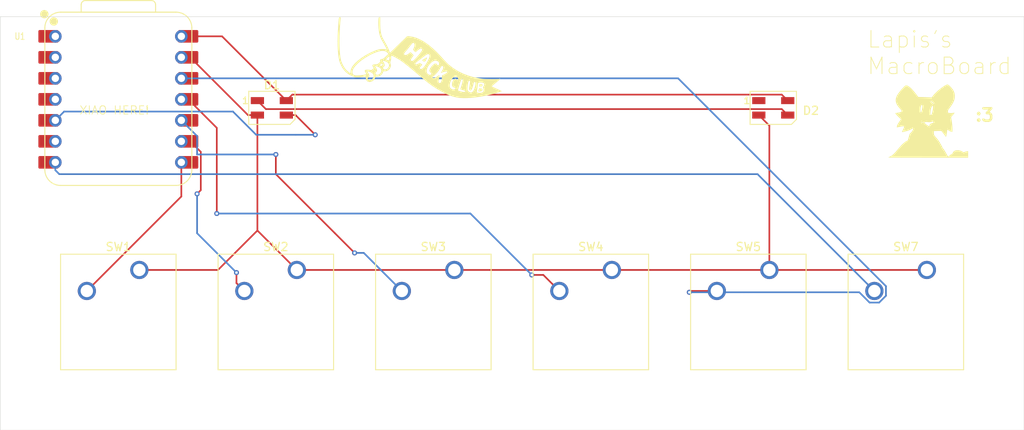
<source format=kicad_pcb>
(kicad_pcb (version 20241229) (generator "pcbnew") (generator_version "9.0")
  (layers (0 "F.Cu" signal) (2 "B.Cu" signal) (13 "F.Paste" user) (15 "B.Paste" user) (5 "F.SilkS" user "F.Silkscreen") (7 "B.SilkS" user "B.Silkscreen") (1 "F.Mask" user) (3 "B.Mask" user) (25 "Edge.Cuts" user))
  (net 0 "")
  (net 1 "GND")
  (net 2 "Net-(D1-DOUT)")
  (net 3 "+5V")
  (net 4 "Net-(D1-DIN)")
  (net 6 "Net-(U1-GPIO1{slash}RX)")
  (net 7 "Net-(U1-GPIO2{slash}SCK)")
  (net 8 "Net-(U1-GPIO4{slash}MISO)")
  (net 9 "Net-(U1-GPIO3{slash}MOSI)")
  (net 10 "Net-(U1-3V3)")
  (net 14 "Net-(U1-GPIO0{slash}TX)")
  (footprint "LOGO" (layer "F.Cu") (at 169.754101 70.000013)
    (property "Reference" "_" (at -2.400278 -2.438086 0) (layer "F.SilkS") (effects (font (size 1.5 1.5) (thickness 0.3))))
    (property "Value" "LOGO" (hide yes))
  )
  (footprint "LED_SMD:LED_SK6812MINI_PLCC4_3.5x3.5mm_P1.75mm" (layer "F.Cu") (at 212.5625 75.325)
    (property "Reference" "D2" (at 4.553099 0.336787 0) (layer "F.SilkS"))
    (property "Value" "SK6812MINI")
    (fp_text user "1" (at -3.2 -0.875 0) (layer "F.SilkS") (effects (font (size 0.8 0.8))))
    (pad "1" smd rect (at -1.75 -0.875) (size 1.6 0.85) (layers "F.Cu" "F.Mask" "F.Paste"))
    (pad "2" smd rect (at -1.75 0.875) (size 1.6 0.85) (layers "F.Cu" "F.Mask" "F.Paste") (net 1 "GND"))
    (pad "3" smd rect (at 1.75 0.875) (size 1.6 0.85) (layers "F.Cu" "F.Mask" "F.Paste") (net 2 "Net-(D1-DOUT)"))
    (pad "4" smd rect (at 1.75 -0.875) (size 1.6 0.85) (layers "F.Cu" "F.Mask" "F.Paste") (net 3 "+5V"))
  )
  (footprint "Button_Switch_Keyboard:SW_Cherry_MX_1.00u_PCB" (layer "F.Cu") (at 193.04 94.9325)
    (property "Reference" "SW4" (at -2.54 -2.794 0) (layer "F.SilkS"))
    (property "Value" "SW_Push")
    (pad "" np_thru_hole circle (at -7.62 5.08) (size 1.7 1.7) (drill 1.7) (layers "*.Cu" "*.Mask"))
    (pad "" np_thru_hole circle (at -2.54 5.08) (size 4 4) (drill 4) (layers "*.Cu" "*.Mask"))
    (pad "" np_thru_hole circle (at 2.54 5.08) (size 1.7 1.7) (drill 1.7) (layers "*.Cu" "*.Mask"))
    (pad "1" thru_hole circle (at 0 0) (size 2.2 2.2) (drill 1.5) (layers "*.Cu" "*.Mask") (net 1 "GND"))
    (pad "2" thru_hole circle (at -6.35 2.54) (size 2.2 2.2) (drill 1.5) (layers "*.Cu" "*.Mask") (net 9 "Net-(U1-GPIO3{slash}MOSI)"))
  )
  (footprint "Button_Switch_Keyboard:SW_Cherry_MX_1.00u_PCB" (layer "F.Cu") (at 173.99 94.9325)
    (property "Reference" "SW3" (at -2.54 -2.794 0) (layer "F.SilkS"))
    (property "Value" "SW_Push")
    (pad "" np_thru_hole circle (at -7.62 5.08) (size 1.7 1.7) (drill 1.7) (layers "*.Cu" "*.Mask"))
    (pad "" np_thru_hole circle (at -2.54 5.08) (size 4 4) (drill 4) (layers "*.Cu" "*.Mask"))
    (pad "" np_thru_hole circle (at 2.54 5.08) (size 1.7 1.7) (drill 1.7) (layers "*.Cu" "*.Mask"))
    (pad "1" thru_hole circle (at 0 0) (size 2.2 2.2) (drill 1.5) (layers "*.Cu" "*.Mask") (net 1 "GND"))
    (pad "2" thru_hole circle (at -6.35 2.54) (size 2.2 2.2) (drill 1.5) (layers "*.Cu" "*.Mask") (net 8 "Net-(U1-GPIO4{slash}MISO)"))
  )
  (footprint "Button_Switch_Keyboard:SW_Cherry_MX_1.00u_PCB" (layer "F.Cu") (at 135.89 94.9325)
    (property "Reference" "SW1" (at -2.54 -2.794 0) (layer "F.SilkS"))
    (property "Value" "SW_Push")
    (pad "" np_thru_hole circle (at -7.62 5.08) (size 1.7 1.7) (drill 1.7) (layers "*.Cu" "*.Mask"))
    (pad "" np_thru_hole circle (at -2.54 5.08) (size 4 4) (drill 4) (layers "*.Cu" "*.Mask"))
    (pad "" np_thru_hole circle (at 2.54 5.08) (size 1.7 1.7) (drill 1.7) (layers "*.Cu" "*.Mask"))
    (pad "1" thru_hole circle (at 0 0) (size 2.2 2.2) (drill 1.5) (layers "*.Cu" "*.Mask") (net 1 "GND"))
    (pad "2" thru_hole circle (at -6.35 2.54) (size 2.2 2.2) (drill 1.5) (layers "*.Cu" "*.Mask") (net 6 "Net-(U1-GPIO1{slash}RX)"))
  )
  (footprint "Button_Switch_Keyboard:SW_Cherry_MX_1.00u_PCB" (layer "F.Cu") (at 231.14 94.9325)
    (property "Reference" "SW7" (at -2.54 -2.794 0) (layer "F.SilkS"))
    (property "Value" "SW_Push")
    (pad "" np_thru_hole circle (at -7.62 5.08) (size 1.7 1.7) (drill 1.7) (layers "*.Cu" "*.Mask"))
    (pad "" np_thru_hole circle (at -2.54 5.08) (size 4 4) (drill 4) (layers "*.Cu" "*.Mask"))
    (pad "" np_thru_hole circle (at 2.54 5.08) (size 1.7 1.7) (drill 1.7) (layers "*.Cu" "*.Mask"))
    (pad "1" thru_hole circle (at 0 0) (size 2.2 2.2) (drill 1.5) (layers "*.Cu" "*.Mask") (net 1 "GND"))
    (pad "2" thru_hole circle (at -6.35 2.54) (size 2.2 2.2) (drill 1.5) (layers "*.Cu" "*.Mask") (net 14 "Net-(U1-GPIO0{slash}TX)"))
  )
  (footprint "Button_Switch_Keyboard:SW_Cherry_MX_1.00u_PCB" (layer "F.Cu") (at 154.94 94.9325)
    (property "Reference" "SW2" (at -2.54 -2.794 0) (layer "F.SilkS"))
    (property "Value" "SW_Push")
    (pad "" np_thru_hole circle (at -7.62 5.08) (size 1.7 1.7) (drill 1.7) (layers "*.Cu" "*.Mask"))
    (pad "" np_thru_hole circle (at -2.54 5.08) (size 4 4) (drill 4) (layers "*.Cu" "*.Mask"))
    (pad "" np_thru_hole circle (at 2.54 5.08) (size 1.7 1.7) (drill 1.7) (layers "*.Cu" "*.Mask"))
    (pad "1" thru_hole circle (at 0 0) (size 2.2 2.2) (drill 1.5) (layers "*.Cu" "*.Mask") (net 1 "GND"))
    (pad "2" thru_hole circle (at -6.35 2.54) (size 2.2 2.2) (drill 1.5) (layers "*.Cu" "*.Mask") (net 7 "Net-(U1-GPIO2{slash}SCK)"))
  )
  (footprint "LED_SMD:LED_SK6812MINI_PLCC4_3.5x3.5mm_P1.75mm" (layer "F.Cu") (at 151.92 75.325)
    (property "Reference" "D1" (at 0 -2.75 0) (layer "F.SilkS"))
    (property "Value" "SK6812MINI")
    (fp_text user "1" (at -3.2 -0.875 0) (layer "F.SilkS") (effects (font (size 0.8 0.8))))
    (pad "1" smd rect (at -1.75 -0.875) (size 1.6 0.85) (layers "F.Cu" "F.Mask" "F.Paste") (net 2 "Net-(D1-DOUT)"))
    (pad "2" smd rect (at -1.75 0.875) (size 1.6 0.85) (layers "F.Cu" "F.Mask" "F.Paste") (net 1 "GND"))
    (pad "3" smd rect (at 1.75 0.875) (size 1.6 0.85) (layers "F.Cu" "F.Mask" "F.Paste") (net 4 "Net-(D1-DIN)"))
    (pad "4" smd rect (at 1.75 -0.875) (size 1.6 0.85) (layers "F.Cu" "F.Mask" "F.Paste") (net 3 "+5V"))
  )
  (footprint "LOGO" (layer "F.Cu") (at 230.98125 76.2)
    (property "Reference" ":3" (at 7.14375 0 0) (layer "F.SilkS") (effects (font (size 1.5 1.5) (thickness 0.3))))
    (property "Value" "LOGO" (hide yes))
  )
  (footprint "OPL:XIAO-RP2040-DIP" (layer "F.Cu") (at 133.35 74.295)
    (property "Reference" "U1" (at -11.90625 -7.62 0) (layer "F.SilkS") (effects (font (size 0.8 0.635) (thickness 0.1016))))
    (property "Value" "XIAO-RP2040-DIP")
    (pad "1" smd roundrect (at -8.455 -7.62 180) (size 2.432 1.524) (layers "F.Cu" "F.Mask") (roundrect_rratio 0.1))
    (pad "1" thru_hole circle (at -7.62 -7.62 180) (size 1.524 1.524) (drill 0.889) (layers "*.Cu" "*.Mask"))
    (pad "2" smd roundrect (at -8.455 -5.08 180) (size 2.432 1.524) (layers "F.Cu" "F.Mask") (roundrect_rratio 0.1))
    (pad "2" thru_hole circle (at -7.62 -5.08 180) (size 1.524 1.524) (drill 0.889) (layers "*.Cu" "*.Mask"))
    (pad "3" smd roundrect (at -8.455 -2.54 180) (size 2.432 1.524) (layers "F.Cu" "F.Mask") (roundrect_rratio 0.1))
    (pad "3" thru_hole circle (at -7.62 -2.54 180) (size 1.524 1.524) (drill 0.889) (layers "*.Cu" "*.Mask"))
    (pad "4" smd roundrect (at -8.455 0 180) (size 2.432 1.524) (layers "F.Cu" "F.Mask") (roundrect_rratio 0.1))
    (pad "4" thru_hole circle (at -7.62 0 180) (size 1.524 1.524) (drill 0.889) (layers "*.Cu" "*.Mask"))
    (pad "5" smd roundrect (at -8.455 2.54 180) (size 2.432 1.524) (layers "F.Cu" "F.Mask") (roundrect_rratio 0.1) (net 4 "Net-(D1-DIN)"))
    (pad "5" thru_hole circle (at -7.62 2.54 180) (size 1.524 1.524) (drill 0.889) (layers "*.Cu" "*.Mask") (net 4 "Net-(D1-DIN)"))
    (pad "6" smd roundrect (at -8.455 5.08 180) (size 2.432 1.524) (layers "F.Cu" "F.Mask") (roundrect_rratio 0.1))
    (pad "6" thru_hole circle (at -7.62 5.08 180) (size 1.524 1.524) (drill 0.889) (layers "*.Cu" "*.Mask"))
    (pad "7" smd roundrect (at -8.455 7.62 180) (size 2.432 1.524) (layers "F.Cu" "F.Mask") (roundrect_rratio 0.1) (net 14 "Net-(U1-GPIO0{slash}TX)"))
    (pad "7" thru_hole circle (at -7.62 7.62 180) (size 1.524 1.524) (drill 0.889) (layers "*.Cu" "*.Mask") (net 14 "Net-(U1-GPIO0{slash}TX)"))
    (pad "8" thru_hole circle (at 7.62 7.62) (size 1.524 1.524) (drill 0.889) (layers "*.Cu" "*.Mask") (net 6 "Net-(U1-GPIO1{slash}RX)"))
    (pad "8" smd roundrect (at 8.455 7.62) (size 2.432 1.524) (layers "F.Cu" "F.Mask") (roundrect_rratio 0.1) (net 6 "Net-(U1-GPIO1{slash}RX)"))
    (pad "9" thru_hole circle (at 7.62 5.08) (size 1.524 1.524) (drill 0.889) (layers "*.Cu" "*.Mask") (net 7 "Net-(U1-GPIO2{slash}SCK)"))
    (pad "9" smd roundrect (at 8.455 5.08) (size 2.432 1.524) (layers "F.Cu" "F.Mask") (roundrect_rratio 0.1) (net 7 "Net-(U1-GPIO2{slash}SCK)"))
    (pad "10" thru_hole circle (at 7.62 2.54) (size 1.524 1.524) (drill 0.889) (layers "*.Cu" "*.Mask") (net 8 "Net-(U1-GPIO4{slash}MISO)"))
    (pad "10" smd roundrect (at 8.455 2.54) (size 2.432 1.524) (layers "F.Cu" "F.Mask") (roundrect_rratio 0.1) (net 8 "Net-(U1-GPIO4{slash}MISO)"))
    (pad "11" thru_hole circle (at 7.62 0) (size 1.524 1.524) (drill 0.889) (layers "*.Cu" "*.Mask") (net 9 "Net-(U1-GPIO3{slash}MOSI)"))
    (pad "11" smd roundrect (at 8.455 0) (size 2.432 1.524) (layers "F.Cu" "F.Mask") (roundrect_rratio 0.1) (net 9 "Net-(U1-GPIO3{slash}MOSI)"))
    (pad "12" thru_hole circle (at 7.62 -2.54) (size 1.524 1.524) (drill 0.889) (layers "*.Cu" "*.Mask") (net 10 "Net-(U1-3V3)"))
    (pad "12" smd roundrect (at 8.455 -2.54) (size 2.432 1.524) (layers "F.Cu" "F.Mask") (roundrect_rratio 0.1) (net 10 "Net-(U1-3V3)"))
    (pad "13" thru_hole circle (at 7.62 -5.08) (size 1.524 1.524) (drill 0.889) (layers "*.Cu" "*.Mask") (net 1 "GND"))
    (pad "13" smd roundrect (at 8.455 -5.08) (size 2.432 1.524) (layers "F.Cu" "F.Mask") (roundrect_rratio 0.1) (net 1 "GND"))
    (pad "14" thru_hole circle (at 7.62 -7.62) (size 1.524 1.524) (drill 0.889) (layers "*.Cu" "*.Mask") (net 3 "+5V"))
    (pad "14" smd roundrect (at 8.455 -7.62) (size 2.432 1.524) (layers "F.Cu" "F.Mask") (roundrect_rratio 0.1) (net 3 "+5V"))
  )
  (footprint "Button_Switch_Keyboard:SW_Cherry_MX_1.00u_PCB" (layer "F.Cu") (at 212.09 94.9325)
    (property "Reference" "SW5" (at -2.54 -2.794 0) (layer "F.SilkS"))
    (property "Value" "SW_Push")
    (pad "" np_thru_hole circle (at -7.62 5.08) (size 1.7 1.7) (drill 1.7) (layers "*.Cu" "*.Mask"))
    (pad "" np_thru_hole circle (at -2.54 5.08) (size 4 4) (drill 4) (layers "*.Cu" "*.Mask"))
    (pad "" np_thru_hole circle (at 2.54 5.08) (size 1.7 1.7) (drill 1.7) (layers "*.Cu" "*.Mask"))
    (pad "1" thru_hole circle (at 0 0) (size 2.2 2.2) (drill 1.5) (layers "*.Cu" "*.Mask") (net 1 "GND"))
    (pad "2" thru_hole circle (at -6.35 2.54) (size 2.2 2.2) (drill 1.5) (layers "*.Cu" "*.Mask") (net 10 "Net-(U1-3V3)"))
  )
  (gr_rect (start 119.0625 64.29375) (end 242.8875 114.3) (stroke (width 0.05)) (fill no) (layer "Edge.Cuts"))
  (gr_text "XIAO HERE!" (at 128.5875 76.2 0) (layer "F.SilkS") (effects (font (size 1 1) (thickness 0.1)) (justify left bottom)))
  (gr_text "Lapis's \nMacroBoard" (at 223.8375 71.4375 0) (layer "F.SilkS") (effects (font (size 2 2) (thickness 0.1)) (justify left bottom)))
  (segment (start 149.03263 76.2) (end 150.17 76.2) (width 0.2) (layer "F.Cu") (net 1))
  (segment (start 150.17 90.1625) (end 154.94 94.9325) (width 0.2) (layer "F.Cu") (net 1))
  (segment (start 140.97 69.215) (end 142.04763 69.215) (width 0.2) (layer "F.Cu") (net 1))
  (segment (start 193.04 94.9325) (end 212.09 94.9325) (width 0.2) (layer "F.Cu") (net 1))
  (segment (start 173.99 94.9325) (end 193.04 94.9325) (width 0.2) (layer "F.Cu") (net 1))
  (segment (start 145.4 94.9325) (end 150.17 90.1625) (width 0.2) (layer "F.Cu") (net 1))
  (segment (start 135.89 94.9325) (end 145.4 94.9325) (width 0.2) (layer "F.Cu") (net 1))
  (segment (start 212.09 77.4775) (end 210.8125 76.2) (width 0.2) (layer "F.Cu") (net 1))
  (segment (start 150.17 76.2) (end 150.17 90.1625) (width 0.2) (layer "F.Cu") (net 1))
  (segment (start 212.09 94.9325) (end 212.09 77.4775) (width 0.2) (layer "F.Cu") (net 1))
  (segment (start 154.94 94.9325) (end 173.99 94.9325) (width 0.2) (layer "F.Cu") (net 1))
  (segment (start 142.04763 69.215) (end 149.03263 76.2) (width 0.2) (layer "F.Cu") (net 1))
  (segment (start 212.09 94.9325) (end 231.14 94.9325) (width 0.2) (layer "F.Cu") (net 1))
  (segment (start 151.194 75.474) (end 213.5865 75.474) (width 0.2) (layer "F.Cu") (net 2))
  (segment (start 213.5865 75.474) (end 214.3125 76.2) (width 0.2) (layer "F.Cu") (net 2))
  (segment (start 150.17 74.45) (end 151.194 75.474) (width 0.2) (layer "F.Cu") (net 2))
  (segment (start 140.97 66.675) (end 145.895 66.675) (width 0.2) (layer "F.Cu") (net 3))
  (segment (start 213.5865 73.724) (end 214.3125 74.45) (width 0.2) (layer "F.Cu") (net 3))
  (segment (start 145.895 66.675) (end 153.67 74.45) (width 0.2) (layer "F.Cu") (net 3))
  (segment (start 153.67 74.45) (end 154.396 73.724) (width 0.2) (layer "F.Cu") (net 3))
  (segment (start 154.396 73.724) (end 213.5865 73.724) (width 0.2) (layer "F.Cu") (net 3))
  (segment (start 157.1625 78.58125) (end 154.78125 76.2) (width 0.2) (layer "F.Cu") (net 4))
  (segment (start 154.78125 76.2) (end 153.67 76.2) (width 0.2) (layer "F.Cu") (net 4))
  (via (at 157.1625 78.58125) (size 0.6) (drill 0.3) (layers "F.Cu" "B.Cu") (net 4))
  (segment (start 147.2095 75.772) (end 150.01875 78.58125) (width 0.2) (layer "B.Cu") (net 4))
  (segment (start 150.01875 78.58125) (end 154.78125 78.58125) (width 0.2) (layer "B.Cu") (net 4))
  (segment (start 126.793 75.772) (end 147.2095 75.772) (width 0.2) (layer "B.Cu") (net 4))
  (segment (start 154.78125 78.58125) (end 157.1625 78.58125) (width 0.2) (layer "B.Cu") (net 4))
  (segment (start 125.73 76.835) (end 126.793 75.772) (width 0.2) (layer "B.Cu") (net 4))
  (segment (start 129.54 97.4725) (end 140.97 86.0425) (width 0.2) (layer "F.Cu") (net 6))
  (segment (start 140.97 86.0425) (end 140.97 81.915) (width 0.2) (layer "F.Cu") (net 6))
  (segment (start 129.38125 97.63125) (end 128.5875 97.63125) (width 0.2) (layer "B.Cu") (net 6))
  (segment (start 143.322 85.278) (end 143.322 80.64937) (width 0.2) (layer "F.Cu") (net 7))
  (segment (start 147.6375 96.52) (end 147.6375 95.25) (width 0.2) (layer "F.Cu") (net 7))
  (segment (start 148.59 97.4725) (end 147.6375 96.52) (width 0.2) (layer "F.Cu") (net 7))
  (segment (start 142.04763 79.375) (end 140.97 79.375) (width 0.2) (layer "F.Cu") (net 7))
  (segment (start 142.875 85.725) (end 143.322 85.278) (width 0.2) (layer "F.Cu") (net 7))
  (segment (start 143.322 80.64937) (end 142.04763 79.375) (width 0.2) (layer "F.Cu") (net 7))
  (via (at 147.6375 95.25) (size 0.6) (drill 0.3) (layers "F.Cu" "B.Cu") (net 7))
  (via (at 142.875 85.725) (size 0.6) (drill 0.3) (layers "F.Cu" "B.Cu") (net 7))
  (segment (start 142.875 90.4875) (end 142.875 85.725) (width 0.2) (layer "B.Cu") (net 7))
  (segment (start 147.6375 95.25) (end 142.875 90.4875) (width 0.2) (layer "B.Cu") (net 7))
  (segment (start 166.6875 97.63125) (end 167.48125 97.63125) (width 0.2) (layer "F.Cu") (net 8))
  (segment (start 159.54375 90.4875) (end 161.925 92.86875) (width 0.2) (layer "F.Cu") (net 8))
  (segment (start 167.48125 97.63125) (end 167.64 97.4725) (width 0.2) (layer "F.Cu") (net 8))
  (segment (start 152.4 83.34375) (end 152.4 80.9625) (width 0.2) (layer "F.Cu") (net 8))
  (segment (start 159.54375 90.4875) (end 152.4 83.34375) (width 0.2) (layer "F.Cu") (net 8))
  (via (at 161.925 92.86875) (size 0.6) (drill 0.3) (layers "F.Cu" "B.Cu") (net 8))
  (via (at 152.4 80.9625) (size 0.6) (drill 0.3) (layers "F.Cu" "B.Cu") (net 8))
  (segment (start 152.4 80.9625) (end 142.875 80.9625) (width 0.2) (layer "B.Cu") (net 8))
  (segment (start 142.875 80.9625) (end 142.875 78.74) (width 0.2) (layer "B.Cu") (net 8))
  (segment (start 163.03625 92.86875) (end 167.64 97.4725) (width 0.2) (layer "B.Cu") (net 8))
  (segment (start 142.875 78.74) (end 140.97 76.835) (width 0.2) (layer "B.Cu") (net 8))
  (segment (start 161.925 92.86875) (end 163.03625 92.86875) (width 0.2) (layer "B.Cu") (net 8))
  (segment (start 145.25625 88.10625) (end 145.25625 77.74625) (width 0.2) (layer "F.Cu") (net 9))
  (segment (start 186.69 97.4725) (end 184.75 95.5325) (width 0.2) (layer "F.Cu") (net 9))
  (segment (start 184.75 95.5325) (end 183.35625 95.5325) (width 0.2) (layer "F.Cu") (net 9))
  (segment (start 145.25625 77.74625) (end 141.805 74.295) (width 0.2) (layer "F.Cu") (net 9))
  (via (at 145.25625 88.10625) (size 0.6) (drill 0.3) (layers "F.Cu" "B.Cu") (net 9))
  (via (at 183.35625 95.5325) (size 0.6) (drill 0.3) (layers "F.Cu" "B.Cu") (net 9))
  (segment (start 175.93 88.10625) (end 145.25625 88.10625) (width 0.2) (layer "B.Cu") (net 9))
  (segment (start 183.35625 95.5325) (end 175.93 88.10625) (width 0.2) (layer "B.Cu") (net 9))
  (segment (start 202.565 97.4725) (end 202.40625 97.63125) (width 0.2) (layer "F.Cu") (net 10))
  (segment (start 205.74 97.4725) (end 202.565 97.4725) (width 0.2) (layer "F.Cu") (net 10))
  (via (at 202.40625 97.63125) (size 0.6) (drill 0.3) (layers "F.Cu" "B.Cu") (net 10))
  (segment (start 226.191 98.052814) (end 226.191 96.892186) (width 0.2) (layer "B.Cu") (net 10))
  (segment (start 224.209686 98.8735) (end 225.370314 98.8735) (width 0.2) (layer "B.Cu") (net 10))
  (segment (start 202.40625 97.63125) (end 222.967436 97.63125) (width 0.2) (layer "B.Cu") (net 10))
  (segment (start 226.191 96.892186) (end 201.053814 71.755) (width 0.2) (layer "B.Cu") (net 10))
  (segment (start 225.370314 98.8735) (end 226.191 98.052814) (width 0.2) (layer "B.Cu") (net 10))
  (segment (start 201.053814 71.755) (end 140.97 71.755) (width 0.2) (layer "B.Cu") (net 10))
  (segment (start 222.967436 97.63125) (end 224.209686 98.8735) (width 0.2) (layer "B.Cu") (net 10))
  (segment (start 126.20625 83.34375) (end 125.73 82.8675) (width 0.2) (layer "B.Cu") (net 14))
  (segment (start 125.73 82.8675) (end 125.73 81.915) (width 0.2) (layer "B.Cu") (net 14))
  (segment (start 210.66125 83.34375) (end 126.20625 83.34375) (width 0.2) (layer "B.Cu") (net 14))
  (segment (start 224.79 97.4725) (end 210.66125 83.34375) (width 0.2) (layer "B.Cu") (net 14))
)
</source>
